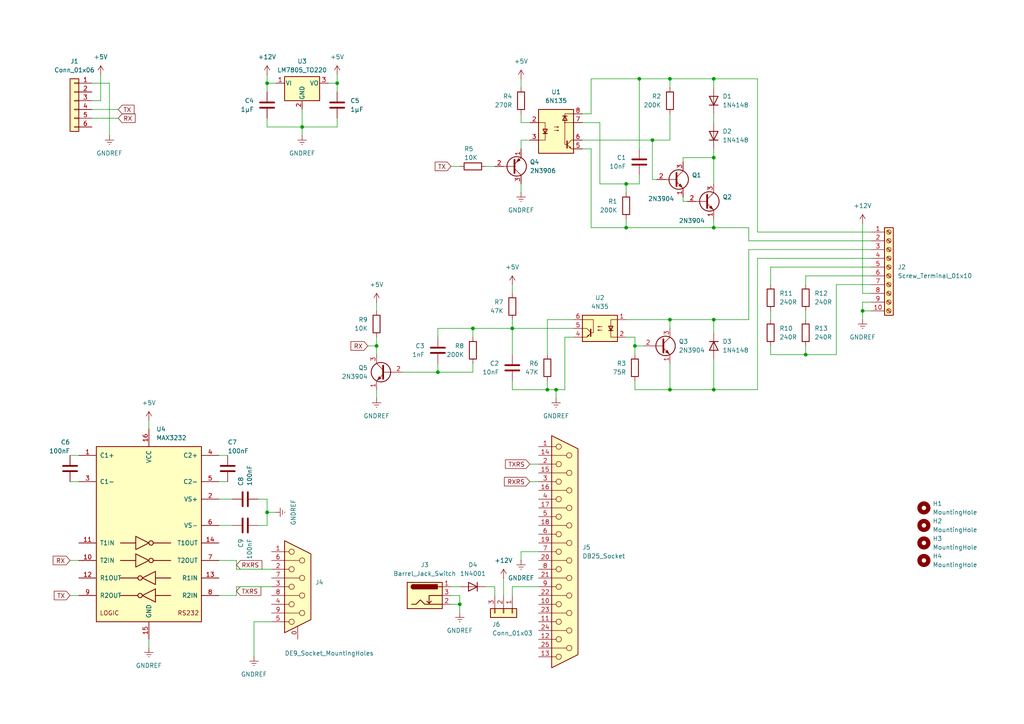
<source format=kicad_sch>
(kicad_sch (version 20250114) (generator "eeschema") (generator_version "9.0")
  (paper "A4")
  (lib_symbols
    (symbol "Connector:Barrel_Jack_Switch" (pin_names (hide yes))
      (property "Reference" "J" (at 0 5.334 0))
      (property "Value" "Barrel_Jack_Switch" (at 0 -5.08 0))
      (symbol "Barrel_Jack_Switch_1_1"
        (pin passive line (at 7.62 2.54 180) (length 2.54) (name "~") (number "1"))
        (pin passive line (at 7.62 0 180) (length 2.54) (name "~") (number "3"))
        (pin passive line (at 7.62 -2.54 180) (length 2.54) (name "~") (number "2"))
      )
    )
    (symbol "Connector:DB25_Socket" (pin_names (offset 1.016) (hide yes))
      (property "Reference" "J" (at 0 34.29 0))
      (property "Value" "DB25_Socket" (at 0 -34.925 0))
      (symbol "DB25_Socket_1_1"
        (pin passive line (at -7.62 30.48 0) (length 3.81) (name "1") (number "1"))
        (pin passive line (at -7.62 27.94 0) (length 3.81) (name "P14") (number "14"))
        (pin passive line (at -7.62 25.4 0) (length 3.81) (name "2") (number "2"))
        (pin passive line (at -7.62 22.86 0) (length 3.81) (name "P15") (number "15"))
        (pin passive line (at -7.62 20.32 0) (length 3.81) (name "3") (number "3"))
        (pin passive line (at -7.62 17.78 0) (length 3.81) (name "P16") (number "16"))
        (pin passive line (at -7.62 15.24 0) (length 3.81) (name "4") (number "4"))
        (pin passive line (at -7.62 12.7 0) (length 3.81) (name "P17") (number "17"))
        (pin passive line (at -7.62 10.16 0) (length 3.81) (name "5") (number "5"))
        (pin passive line (at -7.62 7.62 0) (length 3.81) (name "P18") (number "18"))
        (pin passive line (at -7.62 5.08 0) (length 3.81) (name "6") (number "6"))
        (pin passive line (at -7.62 2.54 0) (length 3.81) (name "P19") (number "19"))
        (pin passive line (at -7.62 0 0) (length 3.81) (name "7") (number "7"))
        (pin passive line (at -7.62 -2.54 0) (length 3.81) (name "P20") (number "20"))
        (pin passive line (at -7.62 -5.08 0) (length 3.81) (name "8") (number "8"))
        (pin passive line (at -7.62 -7.62 0) (length 3.81) (name "P21") (number "21"))
        (pin passive line (at -7.62 -10.16 0) (length 3.81) (name "9") (number "9"))
        (pin passive line (at -7.62 -12.7 0) (length 3.81) (name "P22") (number "22"))
        (pin passive line (at -7.62 -15.24 0) (length 3.81) (name "10") (number "10"))
        (pin passive line (at -7.62 -17.78 0) (length 3.81) (name "P23") (number "23"))
        (pin passive line (at -7.62 -20.32 0) (length 3.81) (name "11") (number "11"))
        (pin passive line (at -7.62 -22.86 0) (length 3.81) (name "P24") (number "24"))
        (pin passive line (at -7.62 -25.4 0) (length 3.81) (name "12") (number "12"))
        (pin passive line (at -7.62 -27.94 0) (length 3.81) (name "P25") (number "25"))
        (pin passive line (at -7.62 -30.48 0) (length 3.81) (name "13") (number "13"))
      )
    )
    (symbol "Connector:DE9_Socket_MountingHoles" (pin_names (offset 1.016) (hide yes))
      (property "Reference" "J" (at 0 16.51 0))
      (property "Value" "DE9_Socket_MountingHoles" (at 0 14.605 0))
      (symbol "DE9_Socket_MountingHoles_1_1"
        (pin passive line (at -7.62 10.16 0) (length 3.81) (name "1") (number "1"))
        (pin passive line (at -7.62 7.62 0) (length 3.81) (name "6") (number "6"))
        (pin passive line (at -7.62 5.08 0) (length 3.81) (name "2") (number "2"))
        (pin passive line (at -7.62 2.54 0) (length 3.81) (name "7") (number "7"))
        (pin passive line (at -7.62 0 0) (length 3.81) (name "3") (number "3"))
        (pin passive line (at -7.62 -2.54 0) (length 3.81) (name "8") (number "8"))
        (pin passive line (at -7.62 -5.08 0) (length 3.81) (name "4") (number "4"))
        (pin passive line (at -7.62 -7.62 0) (length 3.81) (name "9") (number "9"))
        (pin passive line (at -7.62 -10.16 0) (length 3.81) (name "5") (number "5"))
        (pin passive line (at 0 -15.24 90) (length 3.81) (name "PAD") (number "0"))
      )
    )
    (symbol "Connector:Screw_Terminal_01x10" (pin_names (offset 1.016) (hide yes))
      (property "Reference" "J" (at 0 12.7 0))
      (property "Value" "Screw_Terminal_01x10" (at 0 -15.24 0))
      (symbol "Screw_Terminal_01x10_1_1"
        (pin passive line (at -5.08 10.16 0) (length 3.81) (name "Pin_1") (number "1"))
        (pin passive line (at -5.08 7.62 0) (length 3.81) (name "Pin_2") (number "2"))
        (pin passive line (at -5.08 5.08 0) (length 3.81) (name "Pin_3") (number "3"))
        (pin passive line (at -5.08 2.54 0) (length 3.81) (name "Pin_4") (number "4"))
        (pin passive line (at -5.08 0 0) (length 3.81) (name "Pin_5") (number "5"))
        (pin passive line (at -5.08 -2.54 0) (length 3.81) (name "Pin_6") (number "6"))
        (pin passive line (at -5.08 -5.08 0) (length 3.81) (name "Pin_7") (number "7"))
        (pin passive line (at -5.08 -7.62 0) (length 3.81) (name "Pin_8") (number "8"))
        (pin passive line (at -5.08 -10.16 0) (length 3.81) (name "Pin_9") (number "9"))
        (pin passive line (at -5.08 -12.7 0) (length 3.81) (name "Pin_10") (number "10"))
      )
    )
    (symbol "Connector_Generic:Conn_01x03" (pin_names (offset 1.016) (hide yes))
      (property "Reference" "J" (at 0 5.08 0))
      (property "Value" "Conn_01x03" (at 0 -5.08 0))
      (symbol "Conn_01x03_1_1"
        (pin passive line (at -5.08 2.54 0) (length 3.81) (name "Pin_1") (number "1"))
        (pin passive line (at -5.08 0 0) (length 3.81) (name "Pin_2") (number "2"))
        (pin passive line (at -5.08 -2.54 0) (length 3.81) (name "Pin_3") (number "3"))
      )
    )
    (symbol "Connector_Generic:Conn_01x06" (pin_names (offset 1.016) (hide yes))
      (property "Reference" "J" (at 0 7.62 0))
      (property "Value" "Conn_01x06" (at 0 -10.16 0))
      (symbol "Conn_01x06_1_1"
        (pin passive line (at -5.08 5.08 0) (length 3.81) (name "Pin_1") (number "1"))
        (pin passive line (at -5.08 2.54 0) (length 3.81) (name "Pin_2") (number "2"))
        (pin passive line (at -5.08 0 0) (length 3.81) (name "Pin_3") (number "3"))
        (pin passive line (at -5.08 -2.54 0) (length 3.81) (name "Pin_4") (number "4"))
        (pin passive line (at -5.08 -5.08 0) (length 3.81) (name "Pin_5") (number "5"))
        (pin passive line (at -5.08 -7.62 0) (length 3.81) (name "Pin_6") (number "6"))
      )
    )
    (symbol "Device:C" (pin_numbers (hide yes)) (pin_names (offset 0.254))
      (property "Reference" "C" (at 0.635 2.54 0))
      (property "Value" "C" (at 0.635 -2.54 0))
      (symbol "C_1_1"
        (pin passive line (at 0 3.81 270) (length 2.794) (name "~") (number "1"))
        (pin passive line (at 0 -3.81 90) (length 2.794) (name "~") (number "2"))
      )
    )
    (symbol "Device:R" (pin_numbers (hide yes)) (pin_names (offset 0))
      (property "Reference" "R" (at 2.032 0 90))
      (property "Value" "R" (at 0 0 90))
      (symbol "R_1_1"
        (pin passive line (at 0 3.81 270) (length 1.27) (name "~") (number "1"))
        (pin passive line (at 0 -3.81 90) (length 1.27) (name "~") (number "2"))
      )
    )
    (symbol "Diode:1N4001" (pin_numbers (hide yes)) (pin_names (hide yes))
      (property "Reference" "D" (at 0 2.54 0))
      (property "Value" "1N4001" (at 0 -2.54 0))
      (symbol "1N4001_1_1"
        (pin passive line (at -3.81 0 0) (length 2.54) (name "K") (number "1"))
        (pin passive line (at 3.81 0 180) (length 2.54) (name "A") (number "2"))
      )
    )
    (symbol "Diode:1N4148" (pin_numbers (hide yes)) (pin_names (hide yes))
      (property "Reference" "D" (at 0 2.54 0))
      (property "Value" "1N4148" (at 0 -2.54 0))
      (symbol "1N4148_1_1"
        (pin passive line (at -3.81 0 0) (length 2.54) (name "K") (number "1"))
        (pin passive line (at 3.81 0 180) (length 2.54) (name "A") (number "2"))
      )
    )
    (symbol "Interface_UART:MAX3232" (pin_names (offset 1.016))
      (property "Reference" "U" (at -2.54 28.575 0))
      (property "Value" "MAX3232" (at -2.54 26.67 0))
      (symbol "MAX3232_0_0"
        (text "LOGIC" (at -11.43 -22.86 0) (effects (font (size 1.27 1.27))))
        (text "RS232" (at 11.43 -22.86 0) (effects (font (size 1.27 1.27))))
      )
      (symbol "MAX3232_1_1"
        (pin passive line (at -20.32 22.86 0) (length 5.08) (name "C1+") (number "1"))
        (pin passive line (at -20.32 15.24 0) (length 5.08) (name "C1-") (number "3"))
        (pin input line (at -20.32 -2.54 0) (length 5.08) (name "T1IN") (number "11"))
        (pin input line (at -20.32 -7.62 0) (length 5.08) (name "T2IN") (number "10"))
        (pin output line (at -20.32 -12.7 0) (length 5.08) (name "R1OUT") (number "12"))
        (pin output line (at -20.32 -17.78 0) (length 5.08) (name "R2OUT") (number "9"))
        (pin power_in line (at 0 30.48 270) (length 5.08) (name "VCC") (number "16"))
        (pin power_in line (at 0 -30.48 90) (length 5.08) (name "GND") (number "15"))
        (pin passive line (at 20.32 22.86 180) (length 5.08) (name "C2+") (number "4"))
        (pin passive line (at 20.32 15.24 180) (length 5.08) (name "C2-") (number "5"))
        (pin power_out line (at 20.32 10.16 180) (length 5.08) (name "VS+") (number "2"))
        (pin power_out line (at 20.32 2.54 180) (length 5.08) (name "VS-") (number "6"))
        (pin output line (at 20.32 -2.54 180) (length 5.08) (name "T1OUT") (number "14"))
        (pin output line (at 20.32 -7.62 180) (length 5.08) (name "T2OUT") (number "7"))
        (pin input line (at 20.32 -12.7 180) (length 5.08) (name "R1IN") (number "13"))
        (pin input line (at 20.32 -17.78 180) (length 5.08) (name "R2IN") (number "8"))
      )
    )
    (symbol "Isolator:4N35" (pin_names (offset 1.016))
      (property "Reference" "U" (at -5.08 5.08 0))
      (property "Value" "4N35" (at 0 5.08 0))
      (symbol "4N35_1_1"
        (pin passive line (at -7.62 2.54 0) (length 2.54) (name "~") (number "1"))
        (pin passive line (at -7.62 -2.54 0) (length 2.54) (name "~") (number "2"))
        (pin no_connect line (at -5.08 0 0) (length 2.54) (hide yes) (name "NC") (number "3"))
        (pin passive line (at 7.62 2.54 180) (length 2.54) (name "~") (number "6"))
        (pin passive line (at 7.62 0 180) (length 2.54) (name "~") (number "5"))
        (pin passive line (at 7.62 -2.54 180) (length 2.54) (name "~") (number "4"))
      )
    )
    (symbol "Isolator:6N135" (pin_names (offset 1.016))
      (property "Reference" "U" (at -5.08 7.62 0))
      (property "Value" "6N135" (at 0 7.62 0))
      (symbol "6N135_1_1"
        (pin passive line (at -7.62 2.54 0) (length 2.54) (name "~") (number "2"))
        (pin passive line (at -7.62 -2.54 0) (length 2.54) (name "~") (number "3"))
        (pin no_connect line (at -5.08 5.08 0) (length 2.54) (hide yes) (name "NC") (number "1"))
        (pin no_connect line (at -5.08 -5.08 0) (length 2.54) (hide yes) (name "NC") (number "4"))
        (pin passive line (at 7.62 5.08 180) (length 2.54) (name "~") (number "8"))
        (pin passive line (at 7.62 2.54 180) (length 2.54) (name "~") (number "7"))
        (pin passive line (at 7.62 -2.54 180) (length 2.54) (name "~") (number "6"))
        (pin passive line (at 7.62 -5.08 180) (length 2.54) (name "~") (number "5"))
      )
    )
    (symbol "Mechanical:MountingHole" (pin_names (offset 1.016)) (in_bom no)
      (property "Reference" "H" (at 0 5.08 0))
      (property "Value" "MountingHole" (at 0 3.175 0))
    )
    (symbol "Regulator_Linear:LM7805_TO220" (pin_names (offset 0.254))
      (property "Reference" "U" (at -3.81 3.175 0))
      (property "Value" "LM7805_TO220" (at 0 3.175 0))
      (symbol "LM7805_TO220_1_1"
        (pin power_in line (at -7.62 0 0) (length 2.54) (name "VI") (number "1"))
        (pin power_in line (at 0 -7.62 90) (length 2.54) (name "GND") (number "2"))
        (pin power_out line (at 7.62 0 180) (length 2.54) (name "VO") (number "3"))
      )
    )
    (symbol "Transistor_BJT:2N3904" (pin_names (offset 0) (hide yes))
      (property "Reference" "Q" (at 5.08 1.905 0))
      (property "Value" "2N3904" (at 5.08 0 0))
      (symbol "2N3904_1_1"
        (pin input line (at -5.08 0 0) (length 2.54) (name "B") (number "2"))
        (pin passive line (at 2.54 5.08 270) (length 2.54) (name "C") (number "3"))
        (pin passive line (at 2.54 -5.08 90) (length 2.54) (name "E") (number "1"))
      )
    )
    (symbol "Transistor_BJT:2N3906" (pin_names (offset 0) (hide yes))
      (property "Reference" "Q" (at 5.08 1.905 0))
      (property "Value" "2N3906" (at 5.08 0 0))
      (symbol "2N3906_1_1"
        (pin input line (at -5.08 0 0) (length 2.54) (name "B") (number "2"))
        (pin passive line (at 2.54 5.08 270) (length 2.54) (name "C") (number "3"))
        (pin passive line (at 2.54 -5.08 90) (length 2.54) (name "E") (number "1"))
      )
    )
    (symbol "power:+12V" (power) (pin_numbers (hide yes)) (pin_names (offset 0) (hide yes))
      (property "Value" "+12V" (at 0 3.556 0))
      (symbol "+12V_1_1"
        (pin power_in line (at 0 0 90) (length 0) (name "~") (number "1"))
      )
    )
    (symbol "power:+5V" (power) (pin_numbers (hide yes)) (pin_names (offset 0) (hide yes))
      (property "Value" "+5V" (at 0 3.556 0))
      (symbol "+5V_1_1"
        (pin power_in line (at 0 0 90) (length 0) (name "~") (number "1"))
      )
    )
    (symbol "power:GNDREF" (power) (pin_numbers (hide yes)) (pin_names (offset 0) (hide yes))
      (property "Value" "GNDREF" (at 0 -3.81 0))
      (symbol "GNDREF_1_1"
        (pin power_in line (at 0 0 270) (length 0) (name "~") (number "1"))
      )
    )
  )
  (junction (at 148.59 95.25))
  (junction (at 207.01 45.72))
  (junction (at 207.01 113.03))
  (junction (at 194.31 92.71))
  (junction (at 127 107.95))
  (junction (at 207.01 92.71))
  (junction (at 189.23 40.64))
  (junction (at 158.75 113.03))
  (junction (at 77.47 148.59))
  (junction (at 77.47 24.13))
  (junction (at 161.29 113.03))
  (junction (at 207.01 22.86))
  (junction (at 250.19 90.17))
  (junction (at 233.68 102.87))
  (junction (at 181.61 53.34))
  (junction (at 87.63 36.83))
  (junction (at 137.16 95.25))
  (junction (at 184.15 100.33))
  (junction (at 133.35 175.26))
  (junction (at 97.79 24.13))
  (junction (at 194.31 22.86))
  (junction (at 181.61 66.04))
  (junction (at 109.22 100.33))
  (junction (at 194.31 113.03))
  (junction (at 207.01 66.04))
  (junction (at 185.42 22.86))
  (wire (pts (xy 252.73 67.31) (xy 219.71 67.31)))
  (wire (pts (xy 73.66 180.34) (xy 78.74 180.34)))
  (wire (pts (xy 130.81 172.72) (xy 133.35 172.72)))
  (wire (pts (xy 116.84 107.95) (xy 127 107.95)))
  (wire (pts (xy 252.73 77.47) (xy 223.52 77.47)))
  (wire (pts (xy 109.22 97.79) (xy 109.22 100.33)))
  (wire (pts (xy 171.45 43.18) (xy 171.45 66.04)))
  (wire (pts (xy 207.01 45.72) (xy 207.01 53.34)))
  (wire (pts (xy 63.5 144.78) (xy 67.31 144.78)))
  (wire (pts (xy 217.17 69.85) (xy 217.17 66.04)))
  (wire (pts (xy 97.79 36.83) (xy 87.63 36.83)))
  (wire (pts (xy 127 97.79) (xy 127 95.25)))
  (wire (pts (xy 194.31 33.02) (xy 194.31 40.64)))
  (wire (pts (xy 252.73 82.55) (xy 242.57 82.55)))
  (wire (pts (xy 158.75 92.71) (xy 166.37 92.71)))
  (wire (pts (xy 97.79 34.29) (xy 97.79 36.83)))
  (wire (pts (xy 163.83 97.79) (xy 163.83 113.03)))
  (wire (pts (xy 185.42 53.34) (xy 185.42 50.8)))
  (wire (pts (xy 171.45 66.04) (xy 181.61 66.04)))
  (wire (pts (xy 137.16 105.41) (xy 137.16 107.95)))
  (wire (pts (xy 95.25 24.13) (xy 97.79 24.13)))
  (wire (pts (xy 158.75 102.87) (xy 158.75 92.71)))
  (wire (pts (xy 223.52 102.87) (xy 233.68 102.87)))
  (wire (pts (xy 184.15 110.49) (xy 184.15 113.03)))
  (wire (pts (xy 207.01 104.14) (xy 207.01 113.03)))
  (wire (pts (xy 207.01 43.18) (xy 207.01 45.72)))
  (wire (pts (xy 31.75 24.13) (xy 26.67 24.13)))
  (wire (pts (xy 20.32 172.72) (xy 22.86 172.72)))
  (wire (pts (xy 181.61 66.04) (xy 207.01 66.04)))
  (wire (pts (xy 20.32 139.7) (xy 22.86 139.7)))
  (wire (pts (xy 168.91 40.64) (xy 189.23 40.64)))
  (wire (pts (xy 207.01 92.71) (xy 217.17 92.71)))
  (wire (pts (xy 68.58 172.72) (xy 68.58 170.18)))
  (wire (pts (xy 223.52 100.33) (xy 223.52 102.87)))
  (wire (pts (xy 171.45 22.86) (xy 185.42 22.86)))
  (wire (pts (xy 68.58 170.18) (xy 78.74 170.18)))
  (wire (pts (xy 77.47 148.59) (xy 80.01 148.59)))
  (wire (pts (xy 74.93 152.4) (xy 77.47 152.4)))
  (wire (pts (xy 198.12 45.72) (xy 207.01 45.72)))
  (wire (pts (xy 233.68 90.17) (xy 233.68 92.71)))
  (wire (pts (xy 20.32 162.56) (xy 22.86 162.56)))
  (wire (pts (xy 77.47 152.4) (xy 77.47 148.59)))
  (wire (pts (xy 223.52 90.17) (xy 223.52 92.71)))
  (wire (pts (xy 189.23 52.07) (xy 189.23 40.64)))
  (wire (pts (xy 168.91 35.56) (xy 173.99 35.56)))
  (wire (pts (xy 181.61 63.5) (xy 181.61 66.04)))
  (wire (pts (xy 77.47 34.29) (xy 77.47 36.83)))
  (wire (pts (xy 26.67 34.29) (xy 34.29 34.29)))
  (wire (pts (xy 63.5 152.4) (xy 67.31 152.4)))
  (wire (pts (xy 151.13 35.56) (xy 153.67 35.56)))
  (wire (pts (xy 207.01 33.02) (xy 207.01 35.56)))
  (wire (pts (xy 198.12 58.42) (xy 198.12 57.15)))
  (wire (pts (xy 233.68 80.01) (xy 233.68 82.55)))
  (wire (pts (xy 207.01 66.04) (xy 217.17 66.04)))
  (wire (pts (xy 252.73 72.39) (xy 217.17 72.39)))
  (wire (pts (xy 151.13 40.64) (xy 153.67 40.64)))
  (wire (pts (xy 146.05 167.64) (xy 146.05 172.72)))
  (wire (pts (xy 130.81 175.26) (xy 133.35 175.26)))
  (wire (pts (xy 161.29 113.03) (xy 161.29 115.57)))
  (wire (pts (xy 133.35 175.26) (xy 133.35 177.8)))
  (wire (pts (xy 68.58 162.56) (xy 63.5 162.56)))
  (wire (pts (xy 26.67 31.75) (xy 34.29 31.75)))
  (wire (pts (xy 63.5 139.7) (xy 66.04 139.7)))
  (wire (pts (xy 184.15 113.03) (xy 194.31 113.03)))
  (wire (pts (xy 87.63 36.83) (xy 87.63 39.37)))
  (wire (pts (xy 43.18 121.92) (xy 43.18 124.46)))
  (wire (pts (xy 199.39 58.42) (xy 198.12 58.42)))
  (wire (pts (xy 217.17 72.39) (xy 217.17 92.71)))
  (wire (pts (xy 77.47 36.83) (xy 87.63 36.83)))
  (wire (pts (xy 185.42 22.86) (xy 185.42 43.18)))
  (wire (pts (xy 153.67 139.7) (xy 156.21 139.7)))
  (wire (pts (xy 207.01 22.86) (xy 219.71 22.86)))
  (wire (pts (xy 151.13 160.02) (xy 156.21 160.02)))
  (wire (pts (xy 109.22 87.63) (xy 109.22 90.17)))
  (wire (pts (xy 140.97 170.18) (xy 143.51 170.18)))
  (wire (pts (xy 151.13 33.02) (xy 151.13 35.56)))
  (wire (pts (xy 194.31 40.64) (xy 189.23 40.64)))
  (wire (pts (xy 198.12 46.99) (xy 198.12 45.72)))
  (wire (pts (xy 161.29 113.03) (xy 163.83 113.03)))
  (wire (pts (xy 181.61 53.34) (xy 185.42 53.34)))
  (wire (pts (xy 77.47 21.59) (xy 77.47 24.13)))
  (wire (pts (xy 207.01 25.4) (xy 207.01 22.86)))
  (wire (pts (xy 250.19 92.71) (xy 250.19 90.17)))
  (wire (pts (xy 143.51 172.72) (xy 143.51 170.18)))
  (wire (pts (xy 219.71 74.93) (xy 252.73 74.93)))
  (wire (pts (xy 207.01 63.5) (xy 207.01 66.04)))
  (wire (pts (xy 68.58 165.1) (xy 68.58 162.56)))
  (wire (pts (xy 252.73 80.01) (xy 233.68 80.01)))
  (wire (pts (xy 252.73 87.63) (xy 250.19 87.63)))
  (wire (pts (xy 29.21 29.21) (xy 29.21 21.59)))
  (wire (pts (xy 185.42 22.86) (xy 194.31 22.86)))
  (wire (pts (xy 250.19 87.63) (xy 250.19 90.17)))
  (wire (pts (xy 137.16 95.25) (xy 148.59 95.25)))
  (wire (pts (xy 133.35 172.72) (xy 133.35 175.26)))
  (wire (pts (xy 242.57 82.55) (xy 242.57 102.87)))
  (wire (pts (xy 109.22 113.03) (xy 109.22 115.57)))
  (wire (pts (xy 184.15 100.33) (xy 186.69 100.33)))
  (wire (pts (xy 148.59 170.18) (xy 148.59 172.72)))
  (wire (pts (xy 171.45 33.02) (xy 171.45 22.86)))
  (wire (pts (xy 68.58 165.1) (xy 78.74 165.1)))
  (wire (pts (xy 194.31 92.71) (xy 194.31 95.25)))
  (wire (pts (xy 151.13 22.86) (xy 151.13 25.4)))
  (wire (pts (xy 20.32 132.08) (xy 22.86 132.08)))
  (wire (pts (xy 148.59 92.71) (xy 148.59 95.25)))
  (wire (pts (xy 163.83 97.79) (xy 166.37 97.79)))
  (wire (pts (xy 181.61 55.88) (xy 181.61 53.34)))
  (wire (pts (xy 148.59 113.03) (xy 158.75 113.03)))
  (wire (pts (xy 127 95.25) (xy 137.16 95.25)))
  (wire (pts (xy 151.13 160.02) (xy 151.13 162.56)))
  (wire (pts (xy 31.75 39.37) (xy 31.75 24.13)))
  (wire (pts (xy 168.91 33.02) (xy 171.45 33.02)))
  (wire (pts (xy 250.19 85.09) (xy 252.73 85.09)))
  (wire (pts (xy 184.15 97.79) (xy 184.15 100.33)))
  (wire (pts (xy 190.5 52.07) (xy 189.23 52.07)))
  (wire (pts (xy 250.19 64.77) (xy 250.19 85.09)))
  (wire (pts (xy 181.61 97.79) (xy 184.15 97.79)))
  (wire (pts (xy 148.59 82.55) (xy 148.59 85.09)))
  (wire (pts (xy 148.59 95.25) (xy 166.37 95.25)))
  (wire (pts (xy 217.17 69.85) (xy 252.73 69.85)))
  (wire (pts (xy 173.99 35.56) (xy 173.99 53.34)))
  (wire (pts (xy 156.21 170.18) (xy 148.59 170.18)))
  (wire (pts (xy 148.59 95.25) (xy 148.59 102.87)))
  (wire (pts (xy 194.31 92.71) (xy 207.01 92.71)))
  (wire (pts (xy 223.52 77.47) (xy 223.52 82.55)))
  (wire (pts (xy 63.5 172.72) (xy 68.58 172.72)))
  (wire (pts (xy 43.18 185.42) (xy 43.18 187.96)))
  (wire (pts (xy 233.68 100.33) (xy 233.68 102.87)))
  (wire (pts (xy 181.61 92.71) (xy 194.31 92.71)))
  (wire (pts (xy 207.01 113.03) (xy 219.71 113.03)))
  (wire (pts (xy 127 107.95) (xy 137.16 107.95)))
  (wire (pts (xy 242.57 102.87) (xy 233.68 102.87)))
  (wire (pts (xy 219.71 113.03) (xy 219.71 74.93)))
  (wire (pts (xy 153.67 134.62) (xy 156.21 134.62)))
  (wire (pts (xy 219.71 67.31) (xy 219.71 22.86)))
  (wire (pts (xy 173.99 53.34) (xy 181.61 53.34)))
  (wire (pts (xy 97.79 26.67) (xy 97.79 24.13)))
  (wire (pts (xy 250.19 90.17) (xy 252.73 90.17)))
  (wire (pts (xy 26.67 29.21) (xy 29.21 29.21)))
  (wire (pts (xy 158.75 110.49) (xy 158.75 113.03)))
  (wire (pts (xy 168.91 43.18) (xy 171.45 43.18)))
  (wire (pts (xy 130.81 170.18) (xy 133.35 170.18)))
  (wire (pts (xy 194.31 105.41) (xy 194.31 113.03)))
  (wire (pts (xy 194.31 22.86) (xy 207.01 22.86)))
  (wire (pts (xy 158.75 113.03) (xy 161.29 113.03)))
  (wire (pts (xy 194.31 113.03) (xy 207.01 113.03)))
  (wire (pts (xy 207.01 92.71) (xy 207.01 96.52)))
  (wire (pts (xy 127 105.41) (xy 127 107.95)))
  (wire (pts (xy 151.13 43.18) (xy 151.13 40.64)))
  (wire (pts (xy 184.15 100.33) (xy 184.15 102.87)))
  (wire (pts (xy 77.47 148.59) (xy 77.47 144.78)))
  (wire (pts (xy 77.47 144.78) (xy 74.93 144.78)))
  (wire (pts (xy 106.68 100.33) (xy 109.22 100.33)))
  (wire (pts (xy 148.59 110.49) (xy 148.59 113.03)))
  (wire (pts (xy 97.79 21.59) (xy 97.79 24.13)))
  (wire (pts (xy 130.81 48.26) (xy 133.35 48.26)))
  (wire (pts (xy 73.66 180.34) (xy 73.66 190.5)))
  (wire (pts (xy 77.47 26.67) (xy 77.47 24.13)))
  (wire (pts (xy 151.13 53.34) (xy 151.13 55.88)))
  (wire (pts (xy 63.5 132.08) (xy 66.04 132.08)))
  (wire (pts (xy 77.47 24.13) (xy 80.01 24.13)))
  (wire (pts (xy 87.63 31.75) (xy 87.63 36.83)))
  (wire (pts (xy 140.97 48.26) (xy 143.51 48.26)))
  (wire (pts (xy 194.31 22.86) (xy 194.31 25.4)))
  (wire (pts (xy 137.16 95.25) (xy 137.16 97.79)))
  (wire (pts (xy 109.22 100.33) (xy 109.22 102.87)))
  (global_label "RX" (shape input) (at 106.68 100.33 180) (property "Intersheetrefs" "${INTERSHEET_REFS}" (effects (hide yes))))
  (global_label "TXRS" (shape input) (at 68.58 171.45 0) (property "Intersheetrefs" "${INTERSHEET_REFS}" (effects (hide yes))))
  (global_label "RXRS" (shape input) (at 153.67 139.7 180) (property "Intersheetrefs" "${INTERSHEET_REFS}" (effects (hide yes))))
  (global_label "TX" (shape input) (at 20.32 172.72 180) (property "Intersheetrefs" "${INTERSHEET_REFS}" (effects (hide yes))))
  (global_label "TXRS" (shape input) (at 153.67 134.62 180) (property "Intersheetrefs" "${INTERSHEET_REFS}" (effects (hide yes))))
  (global_label "TX" (shape input) (at 34.29 31.75 0) (property "Intersheetrefs" "${INTERSHEET_REFS}" (effects (hide yes))))
  (global_label "TX" (shape input) (at 130.81 48.26 180) (property "Intersheetrefs" "${INTERSHEET_REFS}" (effects (hide yes))))
  (global_label "RXRS" (shape input) (at 68.58 163.83 0) (property "Intersheetrefs" "${INTERSHEET_REFS}" (effects (hide yes))))
  (global_label "RX" (shape input) (at 34.29 34.29 0) (property "Intersheetrefs" "${INTERSHEET_REFS}" (effects (hide yes))))
  (global_label "RX" (shape input) (at 20.32 162.56 180) (property "Intersheetrefs" "${INTERSHEET_REFS}" (effects (hide yes))))
  (symbol (lib_id "Connector:Screw_Terminal_01x10") (at 257.81 77.47 0) (unit 1)
    (property "Reference" "J2" (at 260.35 77.4699 0) (effects (justify left)))
    (property "Value" "Screw_Terminal_01x10" (at 260.35 80.0099 0) (effects (justify left)))
    (property "Footprint" "TerminalBlock_Phoenix:TerminalBlock_Phoenix_MPT-0,5-10-2.54_1x10_P2.54mm_Horizontal" (effects (hide yes)))
    (property "Description" "Generic screw terminal, single row, 01x10, script generated (kicad-library-utils/schlib/autogen/connector/)" (effects (hide yes)))
  )
  (symbol (lib_id "power:+5V") (at 148.59 82.55 0) (unit 1)
    (property "Reference" "#PWR06" (effects (hide yes)))
    (property "Value" "+5V" (at 148.59 77.47 0))
    (property "Description" "Power symbol creates a global label with name \"+5V\"" (effects (hide yes)))
  )
  (symbol (lib_id "Connector_Generic:Conn_01x06") (at 21.59 29.21 0) (mirror y) (unit 1)
    (property "Reference" "J1" (at 21.59 17.78 0))
    (property "Value" "Conn_01x06" (at 21.59 20.32 0))
    (property "Footprint" "Connector_PinHeader_2.54mm:PinHeader_1x06_P2.54mm_Vertical" (effects (hide yes)))
    (property "Description" "Generic connector, single row, 01x06, script generated (kicad-library-utils/schlib/autogen/connector/)" (effects (hide yes)))
  )
  (symbol (lib_id "power:GNDREF") (at 80.01 148.59 90) (unit 1)
    (property "Reference" "#PWR014" (effects (hide yes)))
    (property "Value" "GNDREF" (at 85.09 148.59 0))
    (property "Description" "Power symbol creates a global label with name \"GNDREF\" , reference supply ground" (effects (hide yes)))
  )
  (symbol (lib_id "Device:R") (at 184.15 106.68 0) (mirror y) (unit 1)
    (property "Reference" "R3" (at 181.61 105.4099 0) (effects (justify left)))
    (property "Value" "75R" (at 181.61 107.9499 0) (effects (justify left)))
    (property "Footprint" "Resistor_THT:R_Axial_DIN0207_L6.3mm_D2.5mm_P10.16mm_Horizontal" (effects (hide yes)))
    (property "Description" "Resistor" (effects (hide yes)))
  )
  (symbol (lib_id "power:GNDREF") (at 31.75 39.37 0) (unit 1)
    (property "Reference" "#PWR04" (effects (hide yes)))
    (property "Value" "GNDREF" (at 31.75 44.45 0))
    (property "Description" "Power symbol creates a global label with name \"GNDREF\" , reference supply ground" (effects (hide yes)))
  )
  (symbol (lib_id "Device:R") (at 137.16 48.26 90) (unit 1)
    (property "Reference" "R5" (at 134.62 43.18 90) (effects (justify right)))
    (property "Value" "10K" (at 134.62 45.72 90) (effects (justify right)))
    (property "Footprint" "Resistor_THT:R_Axial_DIN0207_L6.3mm_D2.5mm_P10.16mm_Horizontal" (effects (hide yes)))
    (property "Description" "Resistor" (effects (hide yes)))
  )
  (symbol (lib_id "power:+5V") (at 109.22 87.63 0) (unit 1)
    (property "Reference" "#PWR08" (effects (hide yes)))
    (property "Value" "+5V" (at 109.22 82.55 0))
    (property "Description" "Power symbol creates a global label with name \"+5V\"" (effects (hide yes)))
  )
  (symbol (lib_id "power:+5V") (at 97.79 21.59 0) (unit 1)
    (property "Reference" "#PWR012" (effects (hide yes)))
    (property "Value" "+5V" (at 97.79 16.51 0))
    (property "Description" "Power symbol creates a global label with name \"+5V\"" (effects (hide yes)))
  )
  (symbol (lib_id "Isolator:4N35") (at 173.99 95.25 0) (mirror y) (unit 1)
    (property "Reference" "U2" (at 173.99 86.36 0))
    (property "Value" "4N35" (at 173.99 88.9 0))
    (property "Footprint" "Package_DIP:DIP-6_W7.62mm" (effects (hide yes)))
    (property "Datasheet" "https://www.vishay.com/docs/81181/4n35.pdf" (effects (hide yes)))
    (property "Description" "Optocoupler, Phototransistor Output, with Base Connection, Vce 70V, CTR 100%, Viso 5000V, DIP6" (effects (hide yes)))
  )
  (symbol (lib_id "Diode:1N4148") (at 207.01 100.33 270) (unit 1)
    (property "Reference" "D3" (at 209.55 99.0599 90) (effects (justify left)))
    (property "Value" "1N4148" (at 209.55 101.5999 90) (effects (justify left)))
    (property "Footprint" "Diode_THT:D_DO-35_SOD27_P7.62mm_Horizontal" (effects (hide yes)))
    (property "Datasheet" "https://assets.nexperia.com/documents/data-sheet/1N4148_1N4448.pdf" (effects (hide yes)))
    (property "Description" "100V 0.15A standard switching diode, DO-35" (effects (hide yes)))
    (property "Sim.Device" "D" (effects (hide yes)))
    (property "Sim.Pins" "1=K 2=A" (effects (hide yes)))
  )
  (symbol (lib_id "Connector:Barrel_Jack_Switch") (at 123.19 172.72 0) (unit 1)
    (property "Reference" "J3" (at 123.19 163.83 0))
    (property "Value" "Barrel_Jack_Switch" (at 123.19 166.37 0))
    (property "Footprint" "Connector_BarrelJack:BarrelJack_Horizontal" (effects (hide yes)))
    (property "Description" "DC Barrel Jack with an internal switch" (effects (hide yes)))
  )
  (symbol (lib_id "Mechanical:MountingHole") (at 267.97 157.48 0) (unit 1) (in_bom no)
    (property "Reference" "H3" (at 270.51 156.2099 0) (effects (justify left)))
    (property "Value" "MountingHole" (at 270.51 158.7499 0) (effects (justify left)))
    (property "Footprint" "MountingHole:MountingHole_3.2mm_M3_ISO14580" (effects (hide yes)))
    (property "Description" "Mounting Hole without connection" (effects (hide yes)))
  )
  (symbol (lib_id "Interface_UART:MAX3232") (at 43.18 154.94 0) (unit 1)
    (property "Reference" "U4" (at 45.3233 124.46 0) (effects (justify left)))
    (property "Value" "MAX3232" (at 45.3233 127 0) (effects (justify left)))
    (property "Footprint" "Package_DIP:DIP-16_W7.62mm_Socket_LongPads" (effects (hide yes)))
    (property "Datasheet" "https://datasheets.maximintegrated.com/en/ds/MAX3222-MAX3241.pdf" (effects (hide yes)))
    (property "Description" "3.0V to 5.5V, Low-Power, up to 1Mbps, True RS-232 Transceivers Using Four 0.1μF External Capacitors" (effects (hide yes)))
  )
  (symbol (lib_id "Connector:DE9_Socket_MountingHoles") (at 86.36 170.18 0) (unit 1)
    (property "Reference" "J4" (at 91.44 168.9099 0) (effects (justify left)))
    (property "Value" "DE9_Socket_MountingHoles" (at 82.55 189.484 0) (effects (justify left)))
    (property "Footprint" "Connector_Dsub:DSUB-9_Socket_Horizontal_P2.77x2.84mm_EdgePinOffset4.94mm_Housed_MountingHolesOffset4.94mm" (effects (hide yes)))
    (property "Description" "9-pin D-SUB connector, socket (female), Mounting Hole" (effects (hide yes)))
  )
  (symbol (lib_id "Diode:1N4148") (at 207.01 29.21 90) (unit 1)
    (property "Reference" "D1" (at 209.55 27.9399 90) (effects (justify right)))
    (property "Value" "1N4148" (at 209.55 30.4799 90) (effects (justify right)))
    (property "Footprint" "Diode_THT:D_DO-35_SOD27_P7.62mm_Horizontal" (effects (hide yes)))
    (property "Datasheet" "https://assets.nexperia.com/documents/data-sheet/1N4148_1N4448.pdf" (effects (hide yes)))
    (property "Description" "100V 0.15A standard switching diode, DO-35" (effects (hide yes)))
    (property "Sim.Device" "D" (effects (hide yes)))
    (property "Sim.Pins" "1=K 2=A" (effects (hide yes)))
  )
  (symbol (lib_id "Device:R") (at 151.13 29.21 0) (mirror y) (unit 1)
    (property "Reference" "R4" (at 148.59 27.9399 0) (effects (justify left)))
    (property "Value" "270R" (at 148.59 30.4799 0) (effects (justify left)))
    (property "Footprint" "Resistor_THT:R_Axial_DIN0207_L6.3mm_D2.5mm_P10.16mm_Horizontal" (effects (hide yes)))
    (property "Description" "Resistor" (effects (hide yes)))
  )
  (symbol (lib_id "Device:C") (at 185.42 46.99 0) (mirror y) (unit 1)
    (property "Reference" "C1" (at 181.61 45.7199 0) (effects (justify left)))
    (property "Value" "10nF" (at 181.61 48.2599 0) (effects (justify left)))
    (property "Footprint" "Capacitor_THT:C_Disc_D5.0mm_W2.5mm_P2.50mm" (effects (hide yes)))
    (property "Description" "Unpolarized capacitor" (effects (hide yes)))
  )
  (symbol (lib_id "Connector:DB25_Socket") (at 163.83 160.02 0) (unit 1)
    (property "Reference" "J5" (at 168.91 158.7499 0) (effects (justify left)))
    (property "Value" "DB25_Socket" (at 168.91 161.2899 0) (effects (justify left)))
    (property "Footprint" "Connector_Dsub:DSUB-25_Socket_EdgeMount_P2.77mm" (effects (hide yes)))
    (property "Description" "25-pin D-SUB connector, socket (female)" (effects (hide yes)))
  )
  (symbol (lib_id "power:GNDREF") (at 43.18 187.96 0) (unit 1)
    (property "Reference" "#PWR015" (effects (hide yes)))
    (property "Value" "GNDREF" (at 43.18 193.04 0))
    (property "Description" "Power symbol creates a global label with name \"GNDREF\" , reference supply ground" (effects (hide yes)))
  )
  (symbol (lib_id "Mechanical:MountingHole") (at 267.97 162.56 0) (unit 1) (in_bom no)
    (property "Reference" "H4" (at 270.51 161.2899 0) (effects (justify left)))
    (property "Value" "MountingHole" (at 270.51 163.8299 0) (effects (justify left)))
    (property "Footprint" "MountingHole:MountingHole_3.2mm_M3_ISO14580" (effects (hide yes)))
    (property "Description" "Mounting Hole without connection" (effects (hide yes)))
  )
  (symbol (lib_id "Mechanical:MountingHole") (at 267.97 147.32 0) (unit 1) (in_bom no)
    (property "Reference" "H1" (at 270.51 146.0499 0) (effects (justify left)))
    (property "Value" "MountingHole" (at 270.51 148.5899 0) (effects (justify left)))
    (property "Footprint" "MountingHole:MountingHole_3.2mm_M3_ISO14580" (effects (hide yes)))
    (property "Description" "Mounting Hole without connection" (effects (hide yes)))
  )
  (symbol (lib_id "Device:C") (at 97.79 30.48 0) (unit 1)
    (property "Reference" "C5" (at 101.6 29.2099 0) (effects (justify left)))
    (property "Value" "1µF" (at 101.6 31.7499 0) (effects (justify left)))
    (property "Footprint" "Capacitor_THT:C_Disc_D5.0mm_W2.5mm_P5.00mm" (effects (hide yes)))
    (property "Description" "Unpolarized capacitor" (effects (hide yes)))
  )
  (symbol (lib_id "power:GNDREF") (at 151.13 55.88 0) (unit 1)
    (property "Reference" "#PWR01" (effects (hide yes)))
    (property "Value" "GNDREF" (at 151.13 60.96 0))
    (property "Description" "Power symbol creates a global label with name \"GNDREF\" , reference supply ground" (effects (hide yes)))
  )
  (symbol (lib_id "Regulator_Linear:LM7805_TO220") (at 87.63 24.13 0) (unit 1)
    (property "Reference" "U3" (at 87.63 17.78 0))
    (property "Value" "LM7805_TO220" (at 87.63 20.32 0))
    (property "Footprint" "Package_TO_SOT_THT:TO-220-3_Vertical" (effects (hide yes)))
    (property "Datasheet" "https://www.onsemi.cn/PowerSolutions/document/MC7800-D.PDF" (effects (hide yes)))
    (property "Description" "Positive 1A 35V Linear Regulator, Fixed Output 5V, TO-220" (effects (hide yes)))
  )
  (symbol (lib_id "Device:C") (at 77.47 30.48 0) (mirror y) (unit 1)
    (property "Reference" "C4" (at 73.66 29.2099 0) (effects (justify left)))
    (property "Value" "1µF" (at 73.66 31.7499 0) (effects (justify left)))
    (property "Footprint" "Capacitor_THT:C_Disc_D5.0mm_W2.5mm_P5.00mm" (effects (hide yes)))
    (property "Description" "Unpolarized capacitor" (effects (hide yes)))
  )
  (symbol (lib_id "Diode:1N4148") (at 207.01 39.37 90) (unit 1)
    (property "Reference" "D2" (at 209.55 38.0999 90) (effects (justify right)))
    (property "Value" "1N4148" (at 209.55 40.6399 90) (effects (justify right)))
    (property "Footprint" "Diode_THT:D_DO-35_SOD27_P7.62mm_Horizontal" (effects (hide yes)))
    (property "Datasheet" "https://assets.nexperia.com/documents/data-sheet/1N4148_1N4448.pdf" (effects (hide yes)))
    (property "Description" "100V 0.15A standard switching diode, DO-35" (effects (hide yes)))
    (property "Sim.Device" "D" (effects (hide yes)))
    (property "Sim.Pins" "1=K 2=A" (effects (hide yes)))
  )
  (symbol (lib_id "Transistor_BJT:2N3904") (at 111.76 107.95 0) (mirror y) (unit 1)
    (property "Reference" "Q5" (at 106.68 106.6799 0) (effects (justify left)))
    (property "Value" "2N3904" (at 106.68 109.2199 0) (effects (justify left)))
    (property "Footprint" "Package_TO_SOT_THT:TO-92_Inline" (effects (hide yes)))
    (property "Datasheet" "https://www.onsemi.com/pub/Collateral/2N3903-D.PDF" (effects (hide yes)))
    (property "Description" "0.2A Ic, 40V Vce, Small Signal NPN Transistor, TO-92" (effects (hide yes)))
  )
  (symbol (lib_id "Device:R") (at 223.52 86.36 0) (unit 1)
    (property "Reference" "R11" (at 226.06 85.0899 0) (effects (justify left)))
    (property "Value" "240R" (at 226.06 87.6299 0) (effects (justify left)))
    (property "Footprint" "Resistor_THT:R_Axial_DIN0207_L6.3mm_D2.5mm_P10.16mm_Horizontal" (effects (hide yes)))
    (property "Description" "Resistor" (effects (hide yes)))
  )
  (symbol (lib_id "Device:R") (at 158.75 106.68 0) (mirror y) (unit 1)
    (property "Reference" "R6" (at 156.21 105.4099 0) (effects (justify left)))
    (property "Value" "47K" (at 156.21 107.9499 0) (effects (justify left)))
    (property "Footprint" "Resistor_THT:R_Axial_DIN0207_L6.3mm_D2.5mm_P10.16mm_Horizontal" (effects (hide yes)))
    (property "Description" "Resistor" (effects (hide yes)))
  )
  (symbol (lib_id "Device:R") (at 194.31 29.21 0) (mirror y) (unit 1)
    (property "Reference" "R2" (at 191.77 27.9399 0) (effects (justify left)))
    (property "Value" "200K" (at 191.77 30.4799 0) (effects (justify left)))
    (property "Footprint" "Resistor_THT:R_Axial_DIN0207_L6.3mm_D2.5mm_P10.16mm_Horizontal" (effects (hide yes)))
    (property "Description" "Resistor" (effects (hide yes)))
  )
  (symbol (lib_id "Transistor_BJT:2N3904") (at 195.58 52.07 0) (unit 1)
    (property "Reference" "Q1" (at 200.66 50.7999 0) (effects (justify left)))
    (property "Value" "2N3904" (at 195.58 57.658 0) (effects (justify right)))
    (property "Footprint" "Package_TO_SOT_THT:TO-92L_HandSolder" (effects (hide yes)))
    (property "Datasheet" "https://www.onsemi.com/pub/Collateral/2N3903-D.PDF" (effects (hide yes)))
    (property "Description" "0.2A Ic, 40V Vce, Small Signal NPN Transistor, TO-92" (effects (hide yes)))
  )
  (symbol (lib_id "Diode:1N4001") (at 137.16 170.18 180) (unit 1)
    (property "Reference" "D4" (at 137.16 163.83 0))
    (property "Value" "1N4001" (at 137.16 166.37 0))
    (property "Footprint" "Diode_THT:D_DO-41_SOD81_P2.54mm_Vertical_AnodeUp" (effects (hide yes)))
    (property "Datasheet" "http://www.vishay.com/docs/88503/1n4001.pdf" (effects (hide yes)))
    (property "Description" "50V 1A General Purpose Rectifier Diode, DO-41" (effects (hide yes)))
    (property "Sim.Device" "D" (effects (hide yes)))
    (property "Sim.Pins" "1=K 2=A" (effects (hide yes)))
  )
  (symbol (lib_id "power:GNDREF") (at 250.19 92.71 0) (unit 1)
    (property "Reference" "#PWR09" (effects (hide yes)))
    (property "Value" "GNDREF" (at 250.19 97.79 0))
    (property "Description" "Power symbol creates a global label with name \"GNDREF\" , reference supply ground" (effects (hide yes)))
  )
  (symbol (lib_id "power:GNDREF") (at 73.66 190.5 0) (unit 1)
    (property "Reference" "#PWR017" (effects (hide yes)))
    (property "Value" "GNDREF" (at 73.66 195.58 0))
    (property "Description" "Power symbol creates a global label with name \"GNDREF\" , reference supply ground" (effects (hide yes)))
  )
  (symbol (lib_id "Transistor_BJT:2N3906") (at 148.59 48.26 0) (mirror x) (unit 1)
    (property "Reference" "Q4" (at 153.67 46.9899 0) (effects (justify left)))
    (property "Value" "2N3906" (at 153.67 49.5299 0) (effects (justify left)))
    (property "Footprint" "Package_TO_SOT_THT:TO-92L_HandSolder" (effects (hide yes)))
    (property "Datasheet" "https://www.onsemi.com/pub/Collateral/2N3906-D.PDF" (effects (hide yes)))
    (property "Description" "-0.2A Ic, -40V Vce, Small Signal PNP Transistor, TO-92" (effects (hide yes)))
  )
  (symbol (lib_id "Device:C") (at 20.32 135.89 0) (mirror y) (unit 1)
    (property "Reference" "C6" (at 20.32 128.27 0) (effects (justify left)))
    (property "Value" "100nF" (at 20.32 130.81 0) (effects (justify left)))
    (property "Footprint" "Capacitor_THT:C_Disc_D5.0mm_W2.5mm_P2.50mm" (effects (hide yes)))
    (property "Description" "Unpolarized capacitor" (effects (hide yes)))
  )
  (symbol (lib_id "Transistor_BJT:2N3904") (at 191.77 100.33 0) (unit 1)
    (property "Reference" "Q3" (at 196.85 99.0599 0) (effects (justify left)))
    (property "Value" "2N3904" (at 196.85 101.5999 0) (effects (justify left)))
    (property "Footprint" "Package_TO_SOT_THT:TO-92_Inline" (effects (hide yes)))
    (property "Datasheet" "https://www.onsemi.com/pub/Collateral/2N3903-D.PDF" (effects (hide yes)))
    (property "Description" "0.2A Ic, 40V Vce, Small Signal NPN Transistor, TO-92" (effects (hide yes)))
  )
  (symbol (lib_id "power:+5V") (at 29.21 21.59 0) (unit 1)
    (property "Reference" "#PWR03" (effects (hide yes)))
    (property "Value" "+5V" (at 29.21 16.51 0))
    (property "Description" "Power symbol creates a global label with name \"+5V\"" (effects (hide yes)))
  )
  (symbol (lib_id "Device:R") (at 233.68 86.36 0) (unit 1)
    (property "Reference" "R12" (at 236.22 85.0899 0) (effects (justify left)))
    (property "Value" "240R" (at 236.22 87.6299 0) (effects (justify left)))
    (property "Footprint" "Resistor_THT:R_Axial_DIN0207_L6.3mm_D2.5mm_P10.16mm_Horizontal" (effects (hide yes)))
    (property "Description" "Resistor" (effects (hide yes)))
  )
  (symbol (lib_id "Device:C") (at 148.59 106.68 0) (mirror y) (unit 1)
    (property "Reference" "C2" (at 144.78 105.4099 0) (effects (justify left)))
    (property "Value" "10nF" (at 144.78 107.9499 0) (effects (justify left)))
    (property "Footprint" "Capacitor_THT:C_Disc_D5.0mm_W2.5mm_P2.50mm" (effects (hide yes)))
    (property "Description" "Unpolarized capacitor" (effects (hide yes)))
  )
  (symbol (lib_id "power:+12V") (at 250.19 64.77 0) (unit 1)
    (property "Reference" "#PWR010" (effects (hide yes)))
    (property "Value" "+12V" (at 250.19 59.69 0))
    (property "Description" "Power symbol creates a global label with name \"+12V\"" (effects (hide yes)))
  )
  (symbol (lib_id "Device:R") (at 109.22 93.98 0) (mirror y) (unit 1)
    (property "Reference" "R9" (at 106.68 92.7099 0) (effects (justify left)))
    (property "Value" "10K" (at 106.68 95.2499 0) (effects (justify left)))
    (property "Footprint" "Resistor_THT:R_Axial_DIN0207_L6.3mm_D2.5mm_P10.16mm_Horizontal" (effects (hide yes)))
    (property "Description" "Resistor" (effects (hide yes)))
  )
  (symbol (lib_id "power:GNDREF") (at 133.35 177.8 0) (unit 1)
    (property "Reference" "#PWR019" (effects (hide yes)))
    (property "Value" "GNDREF" (at 133.35 182.88 0))
    (property "Description" "Power symbol creates a global label with name \"GNDREF\" , reference supply ground" (effects (hide yes)))
  )
  (symbol (lib_id "power:+12V") (at 77.47 21.59 0) (unit 1)
    (property "Reference" "#PWR013" (effects (hide yes)))
    (property "Value" "+12V" (at 77.47 16.51 0))
    (property "Description" "Power symbol creates a global label with name \"+12V\"" (effects (hide yes)))
  )
  (symbol (lib_id "power:+12V") (at 146.05 167.64 0) (mirror y) (unit 1)
    (property "Reference" "#PWR018" (effects (hide yes)))
    (property "Value" "+12V" (at 146.05 162.56 0))
    (property "Description" "Power symbol creates a global label with name \"+12V\"" (effects (hide yes)))
  )
  (symbol (lib_id "Device:C") (at 71.12 144.78 90) (unit 1)
    (property "Reference" "C8" (at 69.8499 140.97 0) (effects (justify left)))
    (property "Value" "100nF" (at 72.3899 140.97 0) (effects (justify left)))
    (property "Footprint" "Capacitor_THT:C_Disc_D5.0mm_W2.5mm_P2.50mm" (effects (hide yes)))
    (property "Description" "Unpolarized capacitor" (effects (hide yes)))
  )
  (symbol (lib_id "Isolator:6N135") (at 161.29 38.1 0) (unit 1)
    (property "Reference" "U1" (at 161.29 26.67 0))
    (property "Value" "6N135" (at 161.29 29.21 0))
    (property "Footprint" "Package_DIP:DIP-8_W7.62mm" (effects (hide yes)))
    (property "Datasheet" "https://optoelectronics.liteon.com/upload/download/DS70-2008-0032/6N135-L%206N136-L%20series.pdf" (effects (hide yes)))
    (property "Description" "High Speed Optocoupler, TTL Compatible, CTR 18%, DIP8" (effects (hide yes)))
  )
  (symbol (lib_id "Device:C") (at 71.12 152.4 90) (mirror x) (unit 1)
    (property "Reference" "C9" (at 69.8499 156.21 0) (effects (justify left)))
    (property "Value" "100nF" (at 72.3899 156.21 0) (effects (justify left)))
    (property "Footprint" "Capacitor_THT:C_Disc_D5.0mm_W2.5mm_P2.50mm" (effects (hide yes)))
    (property "Description" "Unpolarized capacitor" (effects (hide yes)))
  )
  (symbol (lib_id "Device:R") (at 137.16 101.6 0) (mirror y) (unit 1)
    (property "Reference" "R8" (at 134.62 100.3299 0) (effects (justify left)))
    (property "Value" "200K" (at 134.62 102.8699 0) (effects (justify left)))
    (property "Footprint" "Resistor_THT:R_Axial_DIN0207_L6.3mm_D2.5mm_P10.16mm_Horizontal" (effects (hide yes)))
    (property "Description" "Resistor" (effects (hide yes)))
  )
  (symbol (lib_id "Device:C") (at 127 101.6 0) (mirror y) (unit 1)
    (property "Reference" "C3" (at 123.19 100.3299 0) (effects (justify left)))
    (property "Value" "1nF" (at 123.19 102.8699 0) (effects (justify left)))
    (property "Footprint" "Capacitor_THT:C_Disc_D5.0mm_W2.5mm_P2.50mm" (effects (hide yes)))
    (property "Description" "Unpolarized capacitor" (effects (hide yes)))
  )
  (symbol (lib_id "Connector_Generic:Conn_01x03") (at 146.05 177.8 270) (unit 1)
    (property "Reference" "J6" (at 142.748 181.102 90) (effects (justify left)))
    (property "Value" "Conn_01x03" (at 142.748 183.642 90) (effects (justify left)))
    (property "Footprint" "Connector_PinHeader_2.54mm:PinHeader_1x03_P2.54mm_Vertical" (effects (hide yes)))
    (property "Description" "Generic connector, single row, 01x03, script generated (kicad-library-utils/schlib/autogen/connector/)" (effects (hide yes)))
  )
  (symbol (lib_id "Device:R") (at 233.68 96.52 0) (unit 1)
    (property "Reference" "R13" (at 236.22 95.2499 0) (effects (justify left)))
    (property "Value" "240R" (at 236.22 97.7899 0) (effects (justify left)))
    (property "Footprint" "Resistor_THT:R_Axial_DIN0207_L6.3mm_D2.5mm_P10.16mm_Horizontal" (effects (hide yes)))
    (property "Description" "Resistor" (effects (hide yes)))
  )
  (symbol (lib_id "Mechanical:MountingHole") (at 267.97 152.4 0) (unit 1) (in_bom no)
    (property "Reference" "H2" (at 270.51 151.1299 0) (effects (justify left)))
    (property "Value" "MountingHole" (at 270.51 153.6699 0) (effects (justify left)))
    (property "Footprint" "MountingHole:MountingHole_3.2mm_M3_ISO14580" (effects (hide yes)))
    (property "Description" "Mounting Hole without connection" (effects (hide yes)))
  )
  (symbol (lib_id "power:GNDREF") (at 161.29 115.57 0) (unit 1)
    (property "Reference" "#PWR05" (effects (hide yes)))
    (property "Value" "GNDREF" (at 161.29 120.65 0))
    (property "Description" "Power symbol creates a global label with name \"GNDREF\" , reference supply ground" (effects (hide yes)))
  )
  (symbol (lib_id "power:+5V") (at 43.18 121.92 0) (unit 1)
    (property "Reference" "#PWR016" (effects (hide yes)))
    (property "Value" "+5V" (at 43.18 116.84 0))
    (property "Description" "Power symbol creates a global label with name \"+5V\"" (effects (hide yes)))
  )
  (symbol (lib_id "power:GNDREF") (at 109.22 115.57 0) (unit 1)
    (property "Reference" "#PWR07" (effects (hide yes)))
    (property "Value" "GNDREF" (at 109.22 120.65 0))
    (property "Description" "Power symbol creates a global label with name \"GNDREF\" , reference supply ground" (effects (hide yes)))
  )
  (symbol (lib_id "power:GNDREF") (at 151.13 162.56 0) (unit 1)
    (property "Reference" "#PWR020" (effects (hide yes)))
    (property "Value" "GNDREF" (at 151.13 167.64 0))
    (property "Description" "Power symbol creates a global label with name \"GNDREF\" , reference supply ground" (effects (hide yes)))
  )
  (symbol (lib_id "Device:R") (at 181.61 59.69 0) (mirror y) (unit 1)
    (property "Reference" "R1" (at 179.07 58.4199 0) (effects (justify left)))
    (property "Value" "200K" (at 179.07 60.9599 0) (effects (justify left)))
    (property "Footprint" "Resistor_THT:R_Axial_DIN0207_L6.3mm_D2.5mm_P10.16mm_Horizontal" (effects (hide yes)))
    (property "Description" "Resistor" (effects (hide yes)))
  )
  (symbol (lib_id "power:+5V") (at 151.13 22.86 0) (unit 1)
    (property "Reference" "#PWR02" (effects (hide yes)))
    (property "Value" "+5V" (at 151.13 17.78 0))
    (property "Description" "Power symbol creates a global label with name \"+5V\"" (effects (hide yes)))
  )
  (symbol (lib_id "Device:R") (at 223.52 96.52 0) (unit 1)
    (property "Reference" "R10" (at 226.06 95.2499 0) (effects (justify left)))
    (property "Value" "240R" (at 226.06 97.7899 0) (effects (justify left)))
    (property "Footprint" "Resistor_THT:R_Axial_DIN0207_L6.3mm_D2.5mm_P10.16mm_Horizontal" (effects (hide yes)))
    (property "Description" "Resistor" (effects (hide yes)))
  )
  (symbol (lib_id "Device:C") (at 66.04 135.89 0) (unit 1)
    (property "Reference" "C7" (at 66.04 128.27 0) (effects (justify left)))
    (property "Value" "100nF" (at 66.04 130.81 0) (effects (justify left)))
    (property "Footprint" "Capacitor_THT:C_Disc_D5.0mm_W2.5mm_P2.50mm" (effects (hide yes)))
    (property "Description" "Unpolarized capacitor" (effects (hide yes)))
  )
  (symbol (lib_id "Transistor_BJT:2N3904") (at 204.47 58.42 0) (unit 1)
    (property "Reference" "Q2" (at 209.55 57.1499 0) (effects (justify left)))
    (property "Value" "2N3904" (at 204.47 64.008 0) (effects (justify right)))
    (property "Footprint" "Package_TO_SOT_THT:TO-92L_HandSolder" (effects (hide yes)))
    (property "Datasheet" "https://www.onsemi.com/pub/Collateral/2N3903-D.PDF" (effects (hide yes)))
    (property "Description" "0.2A Ic, 40V Vce, Small Signal NPN Transistor, TO-92" (effects (hide yes)))
  )
  (symbol (lib_id "power:GNDREF") (at 87.63 39.37 0) (unit 1)
    (property "Reference" "#PWR011" (effects (hide yes)))
    (property "Value" "GNDREF" (at 87.63 44.45 0))
    (property "Description" "Power symbol creates a global label with name \"GNDREF\" , reference supply ground" (effects (hide yes)))
  )
  (symbol (lib_id "Device:R") (at 148.59 88.9 0) (mirror y) (unit 1)
    (property "Reference" "R7" (at 146.05 87.6299 0) (effects (justify left)))
    (property "Value" "47K" (at 146.05 90.1699 0) (effects (justify left)))
    (property "Footprint" "Resistor_THT:R_Axial_DIN0207_L6.3mm_D2.5mm_P10.16mm_Horizontal" (effects (hide yes)))
    (property "Description" "Resistor" (effects (hide yes)))
  )
)
</source>
